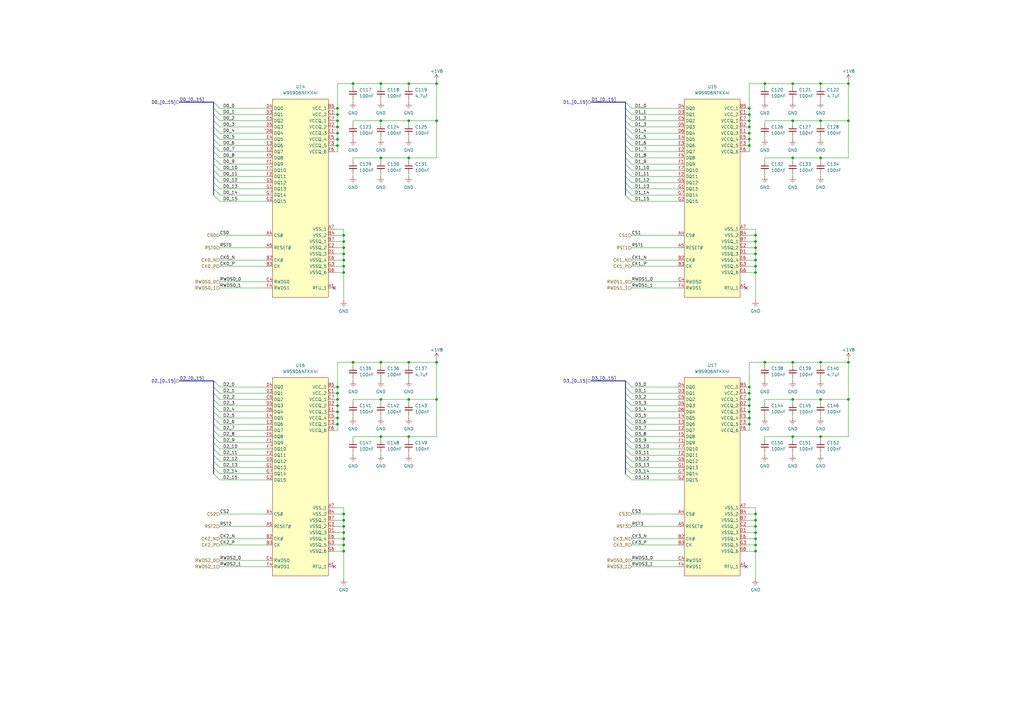
<source format=kicad_sch>
(kicad_sch (version 20231120) (generator "eeschema") (generator_version "8.0")
  (paper "A3")
  (title_block (title "HyperRam") (date "2024-10-06") (rev "2.0") (company "Drexel University") (comment 1 "Designed by John Hofmeyr"))
  (junction (at 138.43 163.83))
  (junction (at 138.43 52.07))
  (junction (at 156.21 34.29))
  (junction (at 138.43 46.99))
  (junction (at 309.88 223.52))
  (junction (at 138.43 59.69))
  (junction (at 179.07 148.59))
  (junction (at 138.43 166.37))
  (junction (at 309.88 111.76))
  (junction (at 325.12 179.07))
  (junction (at 138.43 171.45))
  (junction (at 167.64 179.07))
  (junction (at 167.64 148.59))
  (junction (at 307.34 49.53))
  (junction (at 138.43 161.29))
  (junction (at 144.78 34.29))
  (junction (at 336.55 64.77))
  (junction (at 167.64 49.53))
  (junction (at 156.21 179.07))
  (junction (at 309.88 99.06))
  (junction (at 140.97 210.82))
  (junction (at 307.34 46.99))
  (junction (at 309.88 215.9))
  (junction (at 309.88 210.82))
  (junction (at 336.55 49.53))
  (junction (at 140.97 213.36))
  (junction (at 144.78 148.59))
  (junction (at 307.34 54.61))
  (junction (at 336.55 34.29))
  (junction (at 307.34 158.75))
  (junction (at 138.43 173.99))
  (junction (at 336.55 163.83))
  (junction (at 336.55 148.59))
  (junction (at 140.97 96.52))
  (junction (at 309.88 220.98))
  (junction (at 336.55 179.07))
  (junction (at 307.34 52.07))
  (junction (at 347.98 49.53))
  (junction (at 179.07 163.83))
  (junction (at 138.43 54.61))
  (junction (at 156.21 148.59))
  (junction (at 156.21 64.77))
  (junction (at 156.21 49.53))
  (junction (at 309.88 213.36))
  (junction (at 140.97 218.44))
  (junction (at 140.97 104.14))
  (junction (at 307.34 161.29))
  (junction (at 167.64 34.29))
  (junction (at 307.34 44.45))
  (junction (at 156.21 163.83))
  (junction (at 309.88 96.52))
  (junction (at 167.64 163.83))
  (junction (at 138.43 57.15))
  (junction (at 307.34 166.37))
  (junction (at 313.69 34.29))
  (junction (at 309.88 218.44))
  (junction (at 325.12 148.59))
  (junction (at 325.12 49.53))
  (junction (at 140.97 220.98))
  (junction (at 325.12 34.29))
  (junction (at 309.88 101.6))
  (junction (at 347.98 148.59))
  (junction (at 179.07 34.29))
  (junction (at 309.88 104.14))
  (junction (at 307.34 59.69))
  (junction (at 307.34 171.45))
  (junction (at 307.34 57.15))
  (junction (at 138.43 158.75))
  (junction (at 347.98 34.29))
  (junction (at 325.12 64.77))
  (junction (at 140.97 215.9))
  (junction (at 140.97 109.22))
  (junction (at 307.34 163.83))
  (junction (at 179.07 49.53))
  (junction (at 309.88 106.68))
  (junction (at 138.43 49.53))
  (junction (at 309.88 109.22))
  (junction (at 140.97 101.6))
  (junction (at 307.34 173.99))
  (junction (at 313.69 148.59))
  (junction (at 309.88 226.06))
  (junction (at 138.43 168.91))
  (junction (at 347.98 163.83))
  (junction (at 325.12 163.83))
  (junction (at 140.97 226.06))
  (junction (at 167.64 64.77))
  (junction (at 140.97 111.76))
  (junction (at 307.34 168.91))
  (junction (at 140.97 99.06))
  (junction (at 138.43 44.45))
  (junction (at 140.97 223.52))
  (junction (at 140.97 106.68))
  (no_connect (at 137.16 118.11))
  (no_connect (at 306.07 232.41))
  (no_connect (at 137.16 232.41))
  (no_connect (at 306.07 118.11))
  (bus_entry (at 90.17 64.77) (size -2.54 -2.54))
  (bus_entry (at 90.17 82.55) (size -2.54 -2.54))
  (bus_entry (at 90.17 191.77) (size -2.54 -2.54))
  (bus_entry (at 90.17 186.69) (size -2.54 -2.54))
  (bus_entry (at 90.17 62.23) (size -2.54 -2.54))
  (bus_entry (at 259.08 52.07) (size -2.54 -2.54))
  (bus_entry (at 259.08 194.31) (size -2.54 -2.54))
  (bus_entry (at 259.08 62.23) (size -2.54 -2.54))
  (bus_entry (at 259.08 74.93) (size -2.54 -2.54))
  (bus_entry (at 259.08 64.77) (size -2.54 -2.54))
  (bus_entry (at 90.17 196.85) (size -2.54 -2.54))
  (bus_entry (at 90.17 57.15) (size -2.54 -2.54))
  (bus_entry (at 90.17 44.45) (size -2.54 -2.54))
  (bus_entry (at 90.17 161.29) (size -2.54 -2.54))
  (bus_entry (at 259.08 161.29) (size -2.54 -2.54))
  (bus_entry (at 90.17 46.99) (size -2.54 -2.54))
  (bus_entry (at 259.08 59.69) (size -2.54 -2.54))
  (bus_entry (at 90.17 184.15) (size -2.54 -2.54))
  (bus_entry (at 90.17 194.31) (size -2.54 -2.54))
  (bus_entry (at 259.08 158.75) (size -2.54 -2.54))
  (bus_entry (at 259.08 57.15) (size -2.54 -2.54))
  (bus_entry (at 90.17 54.61) (size -2.54 -2.54))
  (bus_entry (at 90.17 181.61) (size -2.54 -2.54))
  (bus_entry (at 259.08 72.39) (size -2.54 -2.54))
  (bus_entry (at 259.08 163.83) (size -2.54 -2.54))
  (bus_entry (at 90.17 168.91) (size -2.54 -2.54))
  (bus_entry (at 259.08 46.99) (size -2.54 -2.54))
  (bus_entry (at 259.08 191.77) (size -2.54 -2.54))
  (bus_entry (at 90.17 189.23) (size -2.54 -2.54))
  (bus_entry (at 90.17 163.83) (size -2.54 -2.54))
  (bus_entry (at 90.17 77.47) (size -2.54 -2.54))
  (bus_entry (at 259.08 176.53) (size -2.54 -2.54))
  (bus_entry (at 259.08 44.45) (size -2.54 -2.54))
  (bus_entry (at 259.08 179.07) (size -2.54 -2.54))
  (bus_entry (at 90.17 67.31) (size -2.54 -2.54))
  (bus_entry (at 259.08 49.53) (size -2.54 -2.54))
  (bus_entry (at 90.17 59.69) (size -2.54 -2.54))
  (bus_entry (at 259.08 186.69) (size -2.54 -2.54))
  (bus_entry (at 90.17 52.07) (size -2.54 -2.54))
  (bus_entry (at 90.17 158.75) (size -2.54 -2.54))
  (bus_entry (at 259.08 184.15) (size -2.54 -2.54))
  (bus_entry (at 259.08 77.47) (size -2.54 -2.54))
  (bus_entry (at 259.08 82.55) (size -2.54 -2.54))
  (bus_entry (at 259.08 189.23) (size -2.54 -2.54))
  (bus_entry (at 90.17 173.99) (size -2.54 -2.54))
  (bus_entry (at 259.08 171.45) (size -2.54 -2.54))
  (bus_entry (at 90.17 179.07) (size -2.54 -2.54))
  (bus_entry (at 259.08 54.61) (size -2.54 -2.54))
  (bus_entry (at 90.17 74.93) (size -2.54 -2.54))
  (bus_entry (at 90.17 69.85) (size -2.54 -2.54))
  (bus_entry (at 259.08 166.37) (size -2.54 -2.54))
  (bus_entry (at 259.08 67.31) (size -2.54 -2.54))
  (bus_entry (at 90.17 166.37) (size -2.54 -2.54))
  (bus_entry (at 90.17 171.45) (size -2.54 -2.54))
  (bus_entry (at 90.17 49.53) (size -2.54 -2.54))
  (bus_entry (at 259.08 69.85) (size -2.54 -2.54))
  (bus_entry (at 259.08 181.61) (size -2.54 -2.54))
  (bus_entry (at 90.17 80.01) (size -2.54 -2.54))
  (bus_entry (at 259.08 168.91) (size -2.54 -2.54))
  (bus_entry (at 259.08 80.01) (size -2.54 -2.54))
  (bus_entry (at 90.17 72.39) (size -2.54 -2.54))
  (bus_entry (at 259.08 196.85) (size -2.54 -2.54))
  (bus_entry (at 259.08 173.99) (size -2.54 -2.54))
  (bus_entry (at 90.17 176.53) (size -2.54 -2.54))
  (wire (pts (xy 307.34 44.45) (xy 307.34 34.29)))
  (wire (pts (xy 325.12 71.12) (xy 325.12 72.39)))
  (wire (pts (xy 138.43 62.23) (xy 138.43 59.69)))
  (wire (pts (xy 156.21 35.56) (xy 156.21 34.29)))
  (wire (pts (xy 156.21 179.07) (xy 156.21 180.34)))
  (wire (pts (xy 138.43 158.75) (xy 137.16 158.75)))
  (wire (pts (xy 325.12 35.56) (xy 325.12 34.29)))
  (wire (pts (xy 140.97 215.9) (xy 137.16 215.9)))
  (wire (pts (xy 138.43 171.45) (xy 137.16 171.45)))
  (bus (pts (xy 256.54 52.07) (xy 256.54 49.53)))
  (wire (pts (xy 259.08 52.07) (xy 278.13 52.07)))
  (wire (pts (xy 259.08 161.29) (xy 278.13 161.29)))
  (wire (pts (xy 336.55 179.07) (xy 347.98 179.07)))
  (wire (pts (xy 307.34 46.99) (xy 307.34 44.45)))
  (wire (pts (xy 309.88 109.22) (xy 309.88 111.76)))
  (wire (pts (xy 309.88 208.28) (xy 309.88 210.82)))
  (wire (pts (xy 307.34 168.91) (xy 306.07 168.91)))
  (wire (pts (xy 138.43 34.29) (xy 144.78 34.29)))
  (wire (pts (xy 325.12 179.07) (xy 325.12 180.34)))
  (wire (pts (xy 336.55 55.88) (xy 336.55 57.15)))
  (wire (pts (xy 179.07 33.02) (xy 179.07 34.29)))
  (wire (pts (xy 90.17 52.07) (xy 109.22 52.07)))
  (wire (pts (xy 138.43 168.91) (xy 137.16 168.91)))
  (wire (pts (xy 259.08 210.82) (xy 278.13 210.82)))
  (wire (pts (xy 259.08 72.39) (xy 278.13 72.39)))
  (wire (pts (xy 313.69 49.53) (xy 313.69 50.8)))
  (bus (pts (xy 87.63 46.99) (xy 87.63 44.45)))
  (wire (pts (xy 90.17 163.83) (xy 109.22 163.83)))
  (wire (pts (xy 259.08 223.52) (xy 278.13 223.52)))
  (bus (pts (xy 256.54 191.77) (xy 256.54 189.23)))
  (wire (pts (xy 90.17 115.57) (xy 109.22 115.57)))
  (wire (pts (xy 167.64 149.86) (xy 167.64 148.59)))
  (wire (pts (xy 307.34 52.07) (xy 307.34 49.53)))
  (wire (pts (xy 144.78 179.07) (xy 156.21 179.07)))
  (wire (pts (xy 138.43 171.45) (xy 138.43 168.91)))
  (wire (pts (xy 140.97 208.28) (xy 137.16 208.28)))
  (bus (pts (xy 256.54 168.91) (xy 256.54 166.37)))
  (wire (pts (xy 259.08 46.99) (xy 278.13 46.99)))
  (wire (pts (xy 336.55 49.53) (xy 336.55 50.8)))
  (wire (pts (xy 138.43 49.53) (xy 137.16 49.53)))
  (wire (pts (xy 259.08 82.55) (xy 278.13 82.55)))
  (wire (pts (xy 90.17 171.45) (xy 109.22 171.45)))
  (wire (pts (xy 325.12 185.42) (xy 325.12 186.69)))
  (wire (pts (xy 140.97 101.6) (xy 137.16 101.6)))
  (wire (pts (xy 259.08 163.83) (xy 278.13 163.83)))
  (wire (pts (xy 307.34 62.23) (xy 307.34 59.69)))
  (wire (pts (xy 309.88 101.6) (xy 309.88 104.14)))
  (wire (pts (xy 90.17 49.53) (xy 109.22 49.53)))
  (wire (pts (xy 309.88 111.76) (xy 309.88 123.19)))
  (wire (pts (xy 167.64 163.83) (xy 179.07 163.83)))
  (wire (pts (xy 313.69 163.83) (xy 325.12 163.83)))
  (wire (pts (xy 144.78 64.77) (xy 144.78 66.04)))
  (wire (pts (xy 307.34 171.45) (xy 306.07 171.45)))
  (wire (pts (xy 144.78 170.18) (xy 144.78 171.45)))
  (wire (pts (xy 167.64 40.64) (xy 167.64 41.91)))
  (wire (pts (xy 259.08 184.15) (xy 278.13 184.15)))
  (wire (pts (xy 336.55 64.77) (xy 347.98 64.77)))
  (bus (pts (xy 256.54 44.45) (xy 256.54 41.91)))
  (bus (pts (xy 87.63 179.07) (xy 87.63 176.53)))
  (wire (pts (xy 313.69 64.77) (xy 313.69 66.04)))
  (bus (pts (xy 87.63 173.99) (xy 87.63 171.45)))
  (wire (pts (xy 140.97 220.98) (xy 140.97 223.52)))
  (wire (pts (xy 307.34 158.75) (xy 307.34 148.59)))
  (wire (pts (xy 336.55 179.07) (xy 336.55 180.34)))
  (wire (pts (xy 90.17 158.75) (xy 109.22 158.75)))
  (wire (pts (xy 307.34 173.99) (xy 307.34 171.45)))
  (wire (pts (xy 179.07 34.29) (xy 179.07 49.53)))
  (bus (pts (xy 87.63 163.83) (xy 87.63 161.29)))
  (wire (pts (xy 325.12 163.83) (xy 336.55 163.83)))
  (wire (pts (xy 313.69 179.07) (xy 313.69 180.34)))
  (bus (pts (xy 256.54 72.39) (xy 256.54 69.85)))
  (wire (pts (xy 259.08 44.45) (xy 278.13 44.45)))
  (wire (pts (xy 144.78 179.07) (xy 144.78 180.34)))
  (wire (pts (xy 309.88 220.98) (xy 309.88 223.52)))
  (bus (pts (xy 256.54 77.47) (xy 256.54 74.93)))
  (wire (pts (xy 309.88 220.98) (xy 306.07 220.98)))
  (bus (pts (xy 87.63 52.07) (xy 87.63 49.53)))
  (wire (pts (xy 259.08 166.37) (xy 278.13 166.37)))
  (wire (pts (xy 144.78 185.42) (xy 144.78 186.69)))
  (wire (pts (xy 309.88 106.68) (xy 309.88 109.22)))
  (wire (pts (xy 325.12 170.18) (xy 325.12 171.45)))
  (wire (pts (xy 259.08 229.87) (xy 278.13 229.87)))
  (wire (pts (xy 156.21 185.42) (xy 156.21 186.69)))
  (bus (pts (xy 87.63 67.31) (xy 87.63 64.77)))
  (wire (pts (xy 144.78 64.77) (xy 156.21 64.77)))
  (bus (pts (xy 256.54 176.53) (xy 256.54 173.99)))
  (wire (pts (xy 259.08 77.47) (xy 278.13 77.47)))
  (wire (pts (xy 307.34 49.53) (xy 307.34 46.99)))
  (wire (pts (xy 90.17 82.55) (xy 109.22 82.55)))
  (bus (pts (xy 87.63 74.93) (xy 87.63 72.39)))
  (wire (pts (xy 156.21 179.07) (xy 167.64 179.07)))
  (bus (pts (xy 87.63 64.77) (xy 87.63 62.23)))
  (bus (pts (xy 87.63 161.29) (xy 87.63 158.75)))
  (wire (pts (xy 259.08 115.57) (xy 278.13 115.57)))
  (wire (pts (xy 259.08 96.52) (xy 278.13 96.52)))
  (wire (pts (xy 259.08 54.61) (xy 278.13 54.61)))
  (wire (pts (xy 138.43 59.69) (xy 137.16 59.69)))
  (wire (pts (xy 90.17 118.11) (xy 109.22 118.11)))
  (wire (pts (xy 336.55 163.83) (xy 347.98 163.83)))
  (wire (pts (xy 313.69 49.53) (xy 325.12 49.53)))
  (wire (pts (xy 347.98 163.83) (xy 347.98 179.07)))
  (wire (pts (xy 90.17 64.77) (xy 109.22 64.77)))
  (wire (pts (xy 138.43 46.99) (xy 138.43 44.45)))
  (wire (pts (xy 144.78 34.29) (xy 156.21 34.29)))
  (wire (pts (xy 259.08 191.77) (xy 278.13 191.77)))
  (wire (pts (xy 140.97 101.6) (xy 140.97 104.14)))
  (wire (pts (xy 309.88 208.28) (xy 306.07 208.28)))
  (wire (pts (xy 140.97 218.44) (xy 140.97 220.98)))
  (wire (pts (xy 140.97 106.68) (xy 137.16 106.68)))
  (wire (pts (xy 259.08 176.53) (xy 278.13 176.53)))
  (wire (pts (xy 167.64 49.53) (xy 179.07 49.53)))
  (wire (pts (xy 138.43 176.53) (xy 138.43 173.99)))
  (wire (pts (xy 156.21 34.29) (xy 167.64 34.29)))
  (wire (pts (xy 144.78 49.53) (xy 144.78 50.8)))
  (wire (pts (xy 90.17 196.85) (xy 109.22 196.85)))
  (bus (pts (xy 256.54 80.01) (xy 256.54 77.47)))
  (bus (pts (xy 256.54 194.31) (xy 256.54 191.77)))
  (wire (pts (xy 140.97 111.76) (xy 140.97 123.19)))
  (bus (pts (xy 256.54 179.07) (xy 256.54 176.53)))
  (wire (pts (xy 179.07 49.53) (xy 179.07 64.77)))
  (wire (pts (xy 313.69 170.18) (xy 313.69 171.45)))
  (wire (pts (xy 309.88 215.9) (xy 309.88 218.44)))
  (bus (pts (xy 256.54 49.53) (xy 256.54 46.99)))
  (wire (pts (xy 156.21 64.77) (xy 167.64 64.77)))
  (wire (pts (xy 307.34 158.75) (xy 306.07 158.75)))
  (wire (pts (xy 138.43 59.69) (xy 138.43 57.15)))
  (wire (pts (xy 90.17 101.6) (xy 109.22 101.6)))
  (wire (pts (xy 259.08 168.91) (xy 278.13 168.91)))
  (wire (pts (xy 307.34 148.59) (xy 313.69 148.59)))
  (bus (pts (xy 87.63 62.23) (xy 87.63 59.69)))
  (wire (pts (xy 259.08 173.99) (xy 278.13 173.99)))
  (bus (pts (xy 87.63 49.53) (xy 87.63 46.99)))
  (bus (pts (xy 87.63 194.31) (xy 87.63 191.77)))
  (bus (pts (xy 87.63 69.85) (xy 87.63 67.31)))
  (wire (pts (xy 309.88 226.06) (xy 309.88 237.49)))
  (wire (pts (xy 140.97 213.36) (xy 137.16 213.36)))
  (bus (pts (xy 256.54 74.93) (xy 256.54 72.39)))
  (wire (pts (xy 138.43 161.29) (xy 137.16 161.29)))
  (wire (pts (xy 307.34 54.61) (xy 306.07 54.61)))
  (bus (pts (xy 256.54 186.69) (xy 256.54 184.15)))
  (wire (pts (xy 90.17 210.82) (xy 109.22 210.82)))
  (bus (pts (xy 87.63 191.77) (xy 87.63 189.23)))
  (wire (pts (xy 325.12 34.29) (xy 336.55 34.29)))
  (wire (pts (xy 307.34 163.83) (xy 306.07 163.83)))
  (wire (pts (xy 309.88 223.52) (xy 306.07 223.52)))
  (wire (pts (xy 138.43 49.53) (xy 138.43 46.99)))
  (wire (pts (xy 336.55 71.12) (xy 336.55 72.39)))
  (wire (pts (xy 313.69 148.59) (xy 325.12 148.59)))
  (bus (pts (xy 73.66 41.91) (xy 87.63 41.91)))
  (bus (pts (xy 87.63 181.61) (xy 87.63 179.07)))
  (wire (pts (xy 138.43 57.15) (xy 137.16 57.15)))
  (wire (pts (xy 309.88 215.9) (xy 306.07 215.9)))
  (wire (pts (xy 259.08 80.01) (xy 278.13 80.01)))
  (wire (pts (xy 325.12 49.53) (xy 336.55 49.53)))
  (wire (pts (xy 156.21 154.94) (xy 156.21 156.21)))
  (wire (pts (xy 156.21 163.83) (xy 167.64 163.83)))
  (wire (pts (xy 156.21 64.77) (xy 156.21 66.04)))
  (bus (pts (xy 87.63 158.75) (xy 87.63 156.21)))
  (wire (pts (xy 313.69 35.56) (xy 313.69 34.29)))
  (bus (pts (xy 256.54 181.61) (xy 256.54 179.07)))
  (wire (pts (xy 309.88 111.76) (xy 306.07 111.76)))
  (wire (pts (xy 138.43 166.37) (xy 138.43 163.83)))
  (wire (pts (xy 156.21 148.59) (xy 167.64 148.59)))
  (wire (pts (xy 140.97 226.06) (xy 140.97 237.49)))
  (wire (pts (xy 307.34 52.07) (xy 306.07 52.07)))
  (bus (pts (xy 256.54 67.31) (xy 256.54 64.77)))
  (wire (pts (xy 325.12 55.88) (xy 325.12 57.15)))
  (wire (pts (xy 313.69 71.12) (xy 313.69 72.39)))
  (wire (pts (xy 259.08 186.69) (xy 278.13 186.69)))
  (wire (pts (xy 336.55 40.64) (xy 336.55 41.91)))
  (wire (pts (xy 179.07 148.59) (xy 179.07 163.83)))
  (wire (pts (xy 156.21 49.53) (xy 167.64 49.53)))
  (wire (pts (xy 167.64 64.77) (xy 167.64 66.04)))
  (wire (pts (xy 336.55 170.18) (xy 336.55 171.45)))
  (wire (pts (xy 167.64 55.88) (xy 167.64 57.15)))
  (bus (pts (xy 256.54 158.75) (xy 256.54 156.21)))
  (wire (pts (xy 90.17 229.87) (xy 109.22 229.87)))
  (wire (pts (xy 259.08 59.69) (xy 278.13 59.69)))
  (bus (pts (xy 87.63 54.61) (xy 87.63 52.07)))
  (wire (pts (xy 90.17 181.61) (xy 109.22 181.61)))
  (wire (pts (xy 140.97 99.06) (xy 140.97 101.6)))
  (wire (pts (xy 167.64 179.07) (xy 179.07 179.07)))
  (wire (pts (xy 347.98 148.59) (xy 347.98 163.83)))
  (wire (pts (xy 336.55 154.94) (xy 336.55 156.21)))
  (wire (pts (xy 90.17 106.68) (xy 109.22 106.68)))
  (bus (pts (xy 87.63 77.47) (xy 87.63 74.93)))
  (wire (pts (xy 336.55 185.42) (xy 336.55 186.69)))
  (wire (pts (xy 140.97 210.82) (xy 137.16 210.82)))
  (bus (pts (xy 87.63 168.91) (xy 87.63 166.37)))
  (wire (pts (xy 138.43 52.07) (xy 137.16 52.07)))
  (wire (pts (xy 259.08 49.53) (xy 278.13 49.53)))
  (wire (pts (xy 90.17 166.37) (xy 109.22 166.37)))
  (wire (pts (xy 144.78 49.53) (xy 156.21 49.53)))
  (wire (pts (xy 138.43 57.15) (xy 138.43 54.61)))
  (wire (pts (xy 138.43 44.45) (xy 138.43 34.29)))
  (wire (pts (xy 307.34 176.53) (xy 307.34 173.99)))
  (wire (pts (xy 313.69 185.42) (xy 313.69 186.69)))
  (wire (pts (xy 156.21 49.53) (xy 156.21 50.8)))
  (wire (pts (xy 138.43 54.61) (xy 137.16 54.61)))
  (wire (pts (xy 138.43 158.75) (xy 138.43 148.59)))
  (wire (pts (xy 336.55 64.77) (xy 336.55 66.04)))
  (wire (pts (xy 140.97 93.98) (xy 137.16 93.98)))
  (wire (pts (xy 90.17 191.77) (xy 109.22 191.77)))
  (wire (pts (xy 156.21 170.18) (xy 156.21 171.45)))
  (bus (pts (xy 87.63 189.23) (xy 87.63 186.69)))
  (wire (pts (xy 313.69 149.86) (xy 313.69 148.59)))
  (wire (pts (xy 307.34 176.53) (xy 306.07 176.53)))
  (bus (pts (xy 256.54 62.23) (xy 256.54 59.69)))
  (wire (pts (xy 325.12 149.86) (xy 325.12 148.59)))
  (wire (pts (xy 138.43 54.61) (xy 138.43 52.07)))
  (wire (pts (xy 140.97 109.22) (xy 137.16 109.22)))
  (wire (pts (xy 313.69 179.07) (xy 325.12 179.07)))
  (wire (pts (xy 90.17 46.99) (xy 109.22 46.99)))
  (wire (pts (xy 347.98 33.02) (xy 347.98 34.29)))
  (wire (pts (xy 138.43 62.23) (xy 137.16 62.23)))
  (wire (pts (xy 90.17 69.85) (xy 109.22 69.85)))
  (bus (pts (xy 87.63 171.45) (xy 87.63 168.91)))
  (wire (pts (xy 90.17 220.98) (xy 109.22 220.98)))
  (wire (pts (xy 144.78 55.88) (xy 144.78 57.15)))
  (wire (pts (xy 259.08 57.15) (xy 278.13 57.15)))
  (wire (pts (xy 307.34 59.69) (xy 307.34 57.15)))
  (wire (pts (xy 140.97 96.52) (xy 137.16 96.52)))
  (wire (pts (xy 140.97 215.9) (xy 140.97 218.44)))
  (wire (pts (xy 140.97 223.52) (xy 140.97 226.06)))
  (bus (pts (xy 87.63 44.45) (xy 87.63 41.91)))
  (bus (pts (xy 87.63 166.37) (xy 87.63 163.83)))
  (wire (pts (xy 90.17 77.47) (xy 109.22 77.47)))
  (bus (pts (xy 256.54 189.23) (xy 256.54 186.69)))
  (wire (pts (xy 325.12 64.77) (xy 325.12 66.04)))
  (bus (pts (xy 242.57 41.91) (xy 256.54 41.91)))
  (wire (pts (xy 156.21 71.12) (xy 156.21 72.39)))
  (wire (pts (xy 156.21 163.83) (xy 156.21 165.1)))
  (wire (pts (xy 90.17 57.15) (xy 109.22 57.15)))
  (wire (pts (xy 259.08 215.9) (xy 278.13 215.9)))
  (bus (pts (xy 87.63 59.69) (xy 87.63 57.15)))
  (bus (pts (xy 256.54 161.29) (xy 256.54 158.75)))
  (wire (pts (xy 309.88 213.36) (xy 309.88 215.9)))
  (bus (pts (xy 256.54 64.77) (xy 256.54 62.23)))
  (wire (pts (xy 313.69 163.83) (xy 313.69 165.1)))
  (bus (pts (xy 256.54 163.83) (xy 256.54 161.29)))
  (wire (pts (xy 307.34 44.45) (xy 306.07 44.45)))
  (wire (pts (xy 313.69 154.94) (xy 313.69 156.21)))
  (wire (pts (xy 325.12 163.83) (xy 325.12 165.1)))
  (wire (pts (xy 307.34 166.37) (xy 307.34 163.83)))
  (bus (pts (xy 87.63 72.39) (xy 87.63 69.85)))
  (wire (pts (xy 325.12 148.59) (xy 336.55 148.59)))
  (wire (pts (xy 309.88 104.14) (xy 306.07 104.14)))
  (wire (pts (xy 259.08 62.23) (xy 278.13 62.23)))
  (wire (pts (xy 138.43 52.07) (xy 138.43 49.53)))
  (wire (pts (xy 307.34 171.45) (xy 307.34 168.91)))
  (wire (pts (xy 313.69 64.77) (xy 325.12 64.77)))
  (wire (pts (xy 140.97 106.68) (xy 140.97 109.22)))
  (wire (pts (xy 313.69 34.29) (xy 325.12 34.29)))
  (wire (pts (xy 167.64 163.83) (xy 167.64 165.1)))
  (wire (pts (xy 179.07 163.83) (xy 179.07 179.07)))
  (wire (pts (xy 309.88 93.98) (xy 306.07 93.98)))
  (wire (pts (xy 309.88 96.52) (xy 306.07 96.52)))
  (bus (pts (xy 87.63 184.15) (xy 87.63 181.61)))
  (wire (pts (xy 90.17 109.22) (xy 109.22 109.22)))
  (wire (pts (xy 138.43 163.83) (xy 137.16 163.83)))
  (wire (pts (xy 307.34 168.91) (xy 307.34 166.37)))
  (wire (pts (xy 90.17 44.45) (xy 109.22 44.45)))
  (wire (pts (xy 259.08 179.07) (xy 278.13 179.07)))
  (bus (pts (xy 256.54 173.99) (xy 256.54 171.45)))
  (wire (pts (xy 259.08 118.11) (xy 278.13 118.11)))
  (bus (pts (xy 256.54 69.85) (xy 256.54 67.31)))
  (wire (pts (xy 156.21 40.64) (xy 156.21 41.91)))
  (wire (pts (xy 309.88 99.06) (xy 306.07 99.06)))
  (wire (pts (xy 140.97 96.52) (xy 140.97 99.06)))
  (wire (pts (xy 138.43 166.37) (xy 137.16 166.37)))
  (wire (pts (xy 259.08 220.98) (xy 278.13 220.98)))
  (wire (pts (xy 347.98 34.29) (xy 336.55 34.29)))
  (wire (pts (xy 325.12 154.94) (xy 325.12 156.21)))
  (wire (pts (xy 307.34 161.29) (xy 307.34 158.75)))
  (wire (pts (xy 156.21 55.88) (xy 156.21 57.15)))
  (wire (pts (xy 259.08 106.68) (xy 278.13 106.68)))
  (wire (pts (xy 140.97 93.98) (xy 140.97 96.52)))
  (wire (pts (xy 167.64 64.77) (xy 179.07 64.77)))
  (wire (pts (xy 259.08 181.61) (xy 278.13 181.61)))
  (wire (pts (xy 309.88 210.82) (xy 306.07 210.82)))
  (wire (pts (xy 347.98 49.53) (xy 347.98 64.77)))
  (wire (pts (xy 309.88 93.98) (xy 309.88 96.52)))
  (bus (pts (xy 87.63 176.53) (xy 87.63 173.99)))
  (wire (pts (xy 309.88 106.68) (xy 306.07 106.68)))
  (wire (pts (xy 140.97 109.22) (xy 140.97 111.76)))
  (wire (pts (xy 259.08 171.45) (xy 278.13 171.45)))
  (wire (pts (xy 140.97 226.06) (xy 137.16 226.06)))
  (wire (pts (xy 144.78 149.86) (xy 144.78 148.59)))
  (wire (pts (xy 307.34 173.99) (xy 306.07 173.99)))
  (wire (pts (xy 90.17 189.23) (xy 109.22 189.23)))
  (wire (pts (xy 90.17 62.23) (xy 109.22 62.23)))
  (wire (pts (xy 140.97 104.14) (xy 140.97 106.68)))
  (wire (pts (xy 307.34 62.23) (xy 306.07 62.23)))
  (wire (pts (xy 90.17 54.61) (xy 109.22 54.61)))
  (wire (pts (xy 309.88 99.06) (xy 309.88 101.6)))
  (wire (pts (xy 140.97 99.06) (xy 137.16 99.06)))
  (wire (pts (xy 259.08 74.93) (xy 278.13 74.93)))
  (wire (pts (xy 138.43 46.99) (xy 137.16 46.99)))
  (wire (pts (xy 259.08 158.75) (xy 278.13 158.75)))
  (wire (pts (xy 336.55 149.86) (xy 336.55 148.59)))
  (wire (pts (xy 90.17 173.99) (xy 109.22 173.99)))
  (wire (pts (xy 179.07 148.59) (xy 167.64 148.59)))
  (wire (pts (xy 90.17 215.9) (xy 109.22 215.9)))
  (wire (pts (xy 309.88 213.36) (xy 306.07 213.36)))
  (wire (pts (xy 259.08 232.41) (xy 278.13 232.41)))
  (bus (pts (xy 256.54 166.37) (xy 256.54 163.83)))
  (wire (pts (xy 140.97 208.28) (xy 140.97 210.82)))
  (wire (pts (xy 179.07 147.32) (xy 179.07 148.59)))
  (wire (pts (xy 307.34 166.37) (xy 306.07 166.37)))
  (wire (pts (xy 309.88 96.52) (xy 309.88 99.06)))
  (wire (pts (xy 167.64 71.12) (xy 167.64 72.39)))
  (wire (pts (xy 307.34 54.61) (xy 307.34 52.07)))
  (wire (pts (xy 309.88 218.44) (xy 309.88 220.98)))
  (wire (pts (xy 336.55 49.53) (xy 347.98 49.53)))
  (wire (pts (xy 140.97 218.44) (xy 137.16 218.44)))
  (wire (pts (xy 138.43 173.99) (xy 138.43 171.45)))
  (wire (pts (xy 144.78 71.12) (xy 144.78 72.39)))
  (bus (pts (xy 73.66 156.21) (xy 87.63 156.21)))
  (wire (pts (xy 167.64 35.56) (xy 167.64 34.29)))
  (wire (pts (xy 347.98 34.29) (xy 347.98 49.53)))
  (bus (pts (xy 87.63 80.01) (xy 87.63 77.47)))
  (wire (pts (xy 325.12 49.53) (xy 325.12 50.8)))
  (wire (pts (xy 144.78 35.56) (xy 144.78 34.29)))
  (wire (pts (xy 167.64 185.42) (xy 167.64 186.69)))
  (wire (pts (xy 90.17 168.91) (xy 109.22 168.91)))
  (wire (pts (xy 90.17 232.41) (xy 109.22 232.41)))
  (bus (pts (xy 87.63 186.69) (xy 87.63 184.15)))
  (wire (pts (xy 309.88 218.44) (xy 306.07 218.44)))
  (wire (pts (xy 325.12 179.07) (xy 336.55 179.07)))
  (wire (pts (xy 313.69 40.64) (xy 313.69 41.91)))
  (wire (pts (xy 90.17 184.15) (xy 109.22 184.15)))
  (wire (pts (xy 307.34 161.29) (xy 306.07 161.29)))
  (wire (pts (xy 90.17 59.69) (xy 109.22 59.69)))
  (wire (pts (xy 144.78 163.83) (xy 144.78 165.1)))
  (wire (pts (xy 90.17 179.07) (xy 109.22 179.07)))
  (wire (pts (xy 140.97 104.14) (xy 137.16 104.14)))
  (wire (pts (xy 309.88 109.22) (xy 306.07 109.22)))
  (wire (pts (xy 336.55 163.83) (xy 336.55 165.1)))
  (wire (pts (xy 140.97 220.98) (xy 137.16 220.98)))
  (wire (pts (xy 90.17 186.69) (xy 109.22 186.69)))
  (bus (pts (xy 256.54 171.45) (xy 256.54 168.91)))
  (wire (pts (xy 138.43 163.83) (xy 138.43 161.29)))
  (wire (pts (xy 138.43 44.45) (xy 137.16 44.45)))
  (wire (pts (xy 167.64 179.07) (xy 167.64 180.34)))
  (wire (pts (xy 307.34 57.15) (xy 307.34 54.61)))
  (wire (pts (xy 259.08 101.6) (xy 278.13 101.6)))
  (wire (pts (xy 144.78 154.94) (xy 144.78 156.21)))
  (wire (pts (xy 309.88 210.82) (xy 309.88 213.36)))
  (bus (pts (xy 256.54 184.15) (xy 256.54 181.61)))
  (wire (pts (xy 90.17 74.93) (xy 109.22 74.93)))
  (wire (pts (xy 259.08 69.85) (xy 278.13 69.85)))
  (wire (pts (xy 138.43 148.59) (xy 144.78 148.59)))
  (wire (pts (xy 156.21 149.86) (xy 156.21 148.59)))
  (wire (pts (xy 138.43 176.53) (xy 137.16 176.53)))
  (wire (pts (xy 140.97 213.36) (xy 140.97 215.9)))
  (wire (pts (xy 90.17 194.31) (xy 109.22 194.31)))
  (wire (pts (xy 167.64 49.53) (xy 167.64 50.8)))
  (wire (pts (xy 307.34 163.83) (xy 307.34 161.29)))
  (wire (pts (xy 307.34 34.29) (xy 313.69 34.29)))
  (wire (pts (xy 259.08 64.77) (xy 278.13 64.77)))
  (wire (pts (xy 90.17 72.39) (xy 109.22 72.39)))
  (wire (pts (xy 138.43 173.99) (xy 137.16 173.99)))
  (wire (pts (xy 138.43 161.29) (xy 138.43 158.75)))
  (wire (pts (xy 336.55 35.56) (xy 336.55 34.29)))
  (wire (pts (xy 259.08 196.85) (xy 278.13 196.85)))
  (wire (pts (xy 144.78 163.83) (xy 156.21 163.83)))
  (bus (pts (xy 256.54 57.15) (xy 256.54 54.61)))
  (wire (pts (xy 138.43 168.91) (xy 138.43 166.37)))
  (wire (pts (xy 90.17 67.31) (xy 109.22 67.31)))
  (wire (pts (xy 259.08 109.22) (xy 278.13 109.22)))
  (bus (pts (xy 256.54 54.61) (xy 256.54 52.07)))
  (wire (pts (xy 347.98 148.59) (xy 336.55 148.59)))
  (wire (pts (xy 325.12 64.77) (xy 336.55 64.77)))
  (wire (pts (xy 325.12 40.64) (xy 325.12 41.91)))
  (wire (pts (xy 167.64 170.18) (xy 167.64 171.45)))
  (wire (pts (xy 259.08 67.31) (xy 278.13 67.31)))
  (wire (pts (xy 307.34 59.69) (xy 306.07 59.69)))
  (wire (pts (xy 140.97 210.82) (xy 140.97 213.36)))
  (wire (pts (xy 90.17 96.52) (xy 109.22 96.52)))
  (wire (pts (xy 313.69 55.88) (xy 313.69 57.15)))
  (wire (pts (xy 140.97 223.52) (xy 137.16 223.52)))
  (wire (pts (xy 259.08 194.31) (xy 278.13 194.31)))
  (wire (pts (xy 309.88 223.52) (xy 309.88 226.06)))
  (wire (pts (xy 144.78 148.59) (xy 156.21 148.59)))
  (bus (pts (xy 256.54 59.69) (xy 256.54 57.15)))
  (wire (pts (xy 179.07 34.29) (xy 167.64 34.29)))
  (wire (pts (xy 90.17 223.52) (xy 109.22 223.52)))
  (wire (pts (xy 309.88 104.14) (xy 309.88 106.68)))
  (bus (pts (xy 242.57 156.21) (xy 256.54 156.21)))
  (wire (pts (xy 90.17 176.53) (xy 109.22 176.53)))
  (bus (pts (xy 256.54 46.99) (xy 256.54 44.45)))
  (wire (pts (xy 140.97 111.76) (xy 137.16 111.76)))
  (bus (pts (xy 87.63 57.15) (xy 87.63 54.61)))
  (wire (pts (xy 259.08 189.23) (xy 278.13 189.23)))
  (wire (pts (xy 167.64 154.94) (xy 167.64 156.21)))
  (wire (pts (xy 347.98 147.32) (xy 347.98 148.59)))
  (wire (pts (xy 307.34 49.53) (xy 306.07 49.53)))
  (wire (pts (xy 309.88 226.06) (xy 306.07 226.06)))
  (wire (pts (xy 309.88 101.6) (xy 306.07 101.6)))
  (wire (pts (xy 307.34 46.99) (xy 306.07 46.99)))
  (wire (pts (xy 90.17 161.29) (xy 109.22 161.29)))
  (wire (pts (xy 307.34 57.15) (xy 306.07 57.15)))
  (wire (pts (xy 144.78 40.64) (xy 144.78 41.91)))
  (wire (pts (xy 90.17 80.01) (xy 109.22 80.01)))
  (label "D3_4" (at 260.35 168.91 0))
  (label "D2_13" (at 91.44 191.77 0))
  (label "D1_12" (at 260.35 74.93 0))
  (label "D2_[0..15]" (at 73.66 156.21 0))
  (label "RST0" (at 90.17 101.6 0))
  (label "RWDS1_1" (at 259.08 118.11 0))
  (label "D1_8" (at 260.35 64.77 0))
  (label "RWDS2_0" (at 90.17 229.87 0))
  (label "RWDS2_1" (at 90.17 232.41 0))
  (label "D3_5" (at 260.35 171.45 0))
  (label "D2_8" (at 91.44 179.07 0))
  (label "D0_8" (at 91.44 64.77 0))
  (label "D3_13" (at 260.35 191.77 0))
  (label "RWDS1_0" (at 259.08 115.57 0))
  (label "D0_1" (at 91.44 46.99 0))
  (label "D2_9" (at 91.44 181.61 0))
  (label "CS0" (at 90.17 96.52 0))
  (label "D1_[0..15]" (at 242.57 41.91 0))
  (label "D2_7" (at 91.44 176.53 0))
  (label "D3_10" (at 260.35 184.15 0))
  (label "D1_9" (at 260.35 67.31 0))
  (label "CK3_P" (at 259.08 223.52 0))
  (label "CK2_N" (at 90.17 220.98 0))
  (label "D0_13" (at 91.44 77.47 0))
  (label "D0_0" (at 91.44 44.45 0))
  (label "D2_4" (at 91.44 168.91 0))
  (label "CS3" (at 259.08 210.82 0))
  (label "D2_10" (at 91.44 184.15 0))
  (label "D1_4" (at 260.35 54.61 0))
  (label "CK0_N" (at 90.17 106.68 0))
  (label "CK0_P" (at 90.17 109.22 0))
  (label "D3_3" (at 260.35 166.37 0))
  (label "CS2" (at 90.17 210.82 0))
  (label "D1_11" (at 260.35 72.39 0))
  (label "D1_13" (at 260.35 77.47 0))
  (label "D3_15" (at 260.35 196.85 0))
  (label "D3_7" (at 260.35 176.53 0))
  (label "CK3_N" (at 259.08 220.98 0))
  (label "D0_11" (at 91.44 72.39 0))
  (label "D0_3" (at 91.44 52.07 0))
  (label "RST3" (at 259.08 215.9 0))
  (label "D0_15" (at 91.44 82.55 0))
  (label "D3_9" (at 260.35 181.61 0))
  (label "D2_12" (at 91.44 189.23 0))
  (label "D0_12" (at 91.44 74.93 0))
  (label "RWDS3_0" (at 259.08 229.87 0))
  (label "D3_8" (at 260.35 179.07 0))
  (label "D1_10" (at 260.35 69.85 0))
  (label "D2_14" (at 91.44 194.31 0))
  (label "D2_15" (at 91.44 196.85 0))
  (label "D1_15" (at 260.35 82.55 0))
  (label "D2_5" (at 91.44 171.45 0))
  (label "D0_7" (at 91.44 62.23 0))
  (label "D3_6" (at 260.35 173.99 0))
  (label "D1_2" (at 260.35 49.53 0))
  (label "D0_[0..15]" (at 73.66 41.91 0))
  (label "D2_2" (at 91.44 163.83 0))
  (label "RWDS3_1" (at 259.08 232.41 0))
  (label "D1_5" (at 260.35 57.15 0))
  (label "D0_10" (at 91.44 69.85 0))
  (label "CK1_N" (at 259.08 106.68 0))
  (label "D3_[0..15]" (at 242.57 156.21 0))
  (label "D3_11" (at 260.35 186.69 0))
  (label "D1_1" (at 260.35 46.99 0))
  (label "CK2_P" (at 90.17 223.52 0))
  (label "D1_0" (at 260.35 44.45 0))
  (label "D0_5" (at 91.44 57.15 0))
  (label "D0_4" (at 91.44 54.61 0))
  (label "D3_0" (at 260.35 158.75 0))
  (label "CK1_P" (at 259.08 109.22 0))
  (label "D1_3" (at 260.35 52.07 0))
  (label "D3_12" (at 260.35 189.23 0))
  (label "D0_9" (at 91.44 67.31 0))
  (label "D0_6" (at 91.44 59.69 0))
  (label "RWDS0_1" (at 90.17 118.11 0))
  (label "D0_14" (at 91.44 80.01 0))
  (label "D1_14" (at 260.35 80.01 0))
  (label "D1_7" (at 260.35 62.23 0))
  (label "RST2" (at 90.17 215.9 0))
  (label "D3_2" (at 260.35 163.83 0))
  (label "RWDS0_0" (at 90.17 115.57 0))
  (label "CS1" (at 259.08 96.52 0))
  (label "RST1" (at 259.08 101.6 0))
  (label "D2_1" (at 91.44 161.29 0))
  (label "D1_6" (at 260.35 59.69 0))
  (label "D2_3" (at 91.44 166.37 0))
  (label "D2_6" (at 91.44 173.99 0))
  (label "D3_14" (at 260.35 194.31 0))
  (label "D0_2" (at 91.44 49.53 0))
  (label "D2_0" (at 91.44 158.75 0))
  (label "D2_11" (at 91.44 186.69 0))
  (label "D3_1" (at 260.35 161.29 0))
  (hierarchical_label "CK1_P" (shape input) (at 259.08 109.22 180))
  (hierarchical_label "D0_[0..15]" (shape input) (at 73.66 41.91 180))
  (hierarchical_label "RWDS3_0" (shape input) (at 259.08 229.87 180))
  (hierarchical_label "CS3" (shape input) (at 259.08 210.82 180))
  (hierarchical_label "CS2" (shape input) (at 90.17 210.82 180))
  (hierarchical_label "RWDS3_1" (shape input) (at 259.08 232.41 180))
  (hierarchical_label "RST0" (shape input) (at 90.17 101.6 180))
  (hierarchical_label "CK3_N" (shape input) (at 259.08 220.98 180))
  (hierarchical_label "D2_[0..15]" (shape input) (at 73.66 156.21 180))
  (hierarchical_label "CK0_N" (shape input) (at 90.17 106.68 180))
  (hierarchical_label "RST3" (shape input) (at 259.08 215.9 180))
  (hierarchical_label "RST1" (shape input) (at 259.08 101.6 180))
  (hierarchical_label "RWDS1_1" (shape input) (at 259.08 118.11 180))
  (hierarchical_label "CK0_P" (shape input) (at 90.17 109.22 180))
  (hierarchical_label "RWDS1_0" (shape input) (at 259.08 115.57 180))
  (hierarchical_label "RWDS0_0" (shape input) (at 90.17 115.57 180))
  (hierarchical_label "D3_[0..15]" (shape input) (at 242.57 156.21 180))
  (hierarchical_label "RST2" (shape input) (at 90.17 215.9 180))
  (hierarchical_label "CS1" (shape input) (at 259.08 96.52 180))
  (hierarchical_label "RWDS2_1" (shape input) (at 90.17 232.41 180))
  (hierarchical_label "D1_[0..15]" (shape input) (at 242.57 41.91 180))
  (hierarchical_label "RWDS2_0" (shape input) (at 90.17 229.87 180))
  (hierarchical_label "CK1_N" (shape input) (at 259.08 106.68 180))
  (hierarchical_label "RWDS0_1" (shape input) (at 90.17 118.11 180))
  (hierarchical_label "CK2_N" (shape input) (at 90.17 220.98 180))
  (hierarchical_label "CS0" (shape input) (at 90.17 96.52 180))
  (hierarchical_label "CK2_P" (shape input) (at 90.17 223.52 180))
  (hierarchical_label "CK3_P" (shape input) (at 259.08 223.52 180))
  (symbol (lib_id "power:GND") (at 156.21 41.91 0) (unit 1)
    (property "Reference" "#PWR0233" (effects (hide yes)))
    (property "Value" "GND" (at 156.21 46.355 0))
    (property "Description" "Power symbol creates a global label with name \"GND\" , ground" (effects (hide yes)))
  )
  (symbol (lib_id "W959D6NFKX4I:W959D6NFKX4I") (at 280.67 44.45 0) (unit 1)
    (property "Reference" "U15" (at 292.1 35.56 0))
    (property "Value" "W959D6NFKX4I" (at 292.1 38.1 0))
    (property "Footprint" "FPGA Module:BGA49C50P7X7_400X400X80" (effects (hide yes)))
    (property "Datasheet" "https://www.winbond.com/hq/search-resource-file.jsp?partNo=W959D6NFKX4I&type=datasheet" (effects (hide yes)))
    (property "Description" "512Mb HYPERRAM 500MHz WFBGA49" (effects (hide yes)))
    (property "Height" "0.8" (effects (hide yes)))
    (property "Manufacturer_Name" "Winbond" (effects (hide yes)))
    (property "Manufacturer_Part_Number" "W959D6NFKX4I" (effects (hide yes)))
  )
  (symbol (lib_id "Device:C_Small") (at 156.21 38.1 0) (unit 1)
    (property "Reference" "C118" (at 158.75 36.8362 0) (effects (justify left)))
    (property "Value" "100nF" (at 158.75 39.3762 0) (effects (justify left)))
    (property "Footprint" "Capacitor_SMD:C_0201_0603Metric" (effects (hide yes)))
    (property "Description" "Unpolarized capacitor, small symbol" (effects (hide yes)))
  )
  (symbol (lib_id "Device:C_Small") (at 156.21 152.4 0) (unit 1)
    (property "Reference" "C136" (at 158.75 151.1362 0) (effects (justify left)))
    (property "Value" "100nF" (at 158.75 153.6762 0) (effects (justify left)))
    (property "Footprint" "Capacitor_SMD:C_0201_0603Metric" (effects (hide yes)))
    (property "Description" "Unpolarized capacitor, small symbol" (effects (hide yes)))
  )
  (symbol (lib_id "power:GND") (at 140.97 237.49 0) (unit 1)
    (property "Reference" "#PWR0272" (effects (hide yes)))
    (property "Value" "GND" (at 140.97 241.935 0))
    (property "Description" "Power symbol creates a global label with name \"GND\" , ground" (effects (hide yes)))
  )
  (symbol (lib_id "power:GND") (at 167.64 57.15 0) (unit 1)
    (property "Reference" "#PWR0240" (effects (hide yes)))
    (property "Value" "GND" (at 167.64 61.595 0))
    (property "Description" "Power symbol creates a global label with name \"GND\" , ground" (effects (hide yes)))
  )
  (symbol (lib_id "power:GND") (at 140.97 123.19 0) (unit 1)
    (property "Reference" "#PWR0250" (effects (hide yes)))
    (property "Value" "GND" (at 140.97 127.635 0))
    (property "Description" "Power symbol creates a global label with name \"GND\" , ground" (effects (hide yes)))
  )
  (symbol (lib_id "power:GND") (at 313.69 57.15 0) (unit 1)
    (property "Reference" "#PWR0241" (effects (hide yes)))
    (property "Value" "GND" (at 313.69 61.595 0))
    (property "Description" "Power symbol creates a global label with name \"GND\" , ground" (effects (hide yes)))
  )
  (symbol (lib_id "power:GND") (at 313.69 186.69 0) (unit 1)
    (property "Reference" "#PWR0269" (effects (hide yes)))
    (property "Value" "GND" (at 313.69 191.135 0))
    (property "Description" "Power symbol creates a global label with name \"GND\" , ground" (effects (hide yes)))
  )
  (symbol (lib_id "Device:C_Small") (at 144.78 182.88 0) (unit 1)
    (property "Reference" "C147" (at 147.32 181.6162 0) (effects (justify left)))
    (property "Value" "100nF" (at 147.32 184.1562 0) (effects (justify left)))
    (property "Footprint" "Capacitor_SMD:C_0201_0603Metric" (effects (hide yes)))
    (property "Description" "Unpolarized capacitor, small symbol" (effects (hide yes)))
  )
  (symbol (lib_id "power:GND") (at 325.12 156.21 0) (unit 1)
    (property "Reference" "#PWR0258" (effects (hide yes)))
    (property "Value" "GND" (at 325.12 160.655 0))
    (property "Description" "Power symbol creates a global label with name \"GND\" , ground" (effects (hide yes)))
  )
  (symbol (lib_id "Device:C_Small") (at 144.78 152.4 0) (unit 1)
    (property "Reference" "C135" (at 147.32 151.1362 0) (effects (justify left)))
    (property "Value" "100nF" (at 147.32 153.6762 0) (effects (justify left)))
    (property "Footprint" "Capacitor_SMD:C_0201_0603Metric" (effects (hide yes)))
    (property "Description" "Unpolarized capacitor, small symbol" (effects (hide yes)))
  )
  (symbol (lib_id "Device:C_Small") (at 313.69 167.64 0) (unit 1)
    (property "Reference" "C144" (at 316.23 166.3762 0) (effects (justify left)))
    (property "Value" "100nF" (at 316.23 168.9162 0) (effects (justify left)))
    (property "Footprint" "Capacitor_SMD:C_0201_0603Metric" (effects (hide yes)))
    (property "Description" "Unpolarized capacitor, small symbol" (effects (hide yes)))
  )
  (symbol (lib_id "power:GND") (at 144.78 57.15 0) (unit 1)
    (property "Reference" "#PWR0238" (effects (hide yes)))
    (property "Value" "GND" (at 144.78 61.595 0))
    (property "Description" "Power symbol creates a global label with name \"GND\" , ground" (effects (hide yes)))
  )
  (symbol (lib_id "power:GND") (at 156.21 171.45 0) (unit 1)
    (property "Reference" "#PWR0261" (effects (hide yes)))
    (property "Value" "GND" (at 156.21 175.895 0))
    (property "Description" "Power symbol creates a global label with name \"GND\" , ground" (effects (hide yes)))
  )
  (symbol (lib_id "power:GND") (at 309.88 123.19 0) (unit 1)
    (property "Reference" "#PWR0251" (effects (hide yes)))
    (property "Value" "GND" (at 309.88 127.635 0))
    (property "Description" "Power symbol creates a global label with name \"GND\" , ground" (effects (hide yes)))
  )
  (symbol (lib_id "W959D6NFKX4I:W959D6NFKX4I") (at 111.76 158.75 0) (unit 1)
    (property "Reference" "U16" (at 123.19 149.86 0))
    (property "Value" "W959D6NFKX4I" (at 123.19 152.4 0))
    (property "Footprint" "FPGA Module:BGA49C50P7X7_400X400X80" (effects (hide yes)))
    (property "Datasheet" "https://www.winbond.com/hq/search-resource-file.jsp?partNo=W959D6NFKX4I&type=datasheet" (effects (hide yes)))
    (property "Description" "512Mb HYPERRAM 500MHz WFBGA49" (effects (hide yes)))
    (property "Height" "0.8" (effects (hide yes)))
    (property "Manufacturer_Name" "Winbond" (effects (hide yes)))
    (property "Manufacturer_Part_Number" "W959D6NFKX4I" (effects (hide yes)))
  )
  (symbol (lib_id "Device:C_Small") (at 144.78 38.1 0) (unit 1)
    (property "Reference" "C117" (at 147.32 36.8362 0) (effects (justify left)))
    (property "Value" "100nF" (at 147.32 39.3762 0) (effects (justify left)))
    (property "Footprint" "Capacitor_SMD:C_0201_0603Metric" (effects (hide yes)))
    (property "Description" "Unpolarized capacitor, small symbol" (effects (hide yes)))
  )
  (symbol (lib_id "Device:C_Small") (at 167.64 68.58 0) (unit 1)
    (property "Reference" "C131" (at 170.18 67.3162 0) (effects (justify left)))
    (property "Value" "100nF" (at 170.18 69.8562 0) (effects (justify left)))
    (property "Footprint" "Capacitor_SMD:C_0201_0603Metric" (effects (hide yes)))
    (property "Description" "Unpolarized capacitor, small symbol" (effects (hide yes)))
  )
  (symbol (lib_id "power:GND") (at 156.21 72.39 0) (unit 1)
    (property "Reference" "#PWR0245" (effects (hide yes)))
    (property "Value" "GND" (at 156.21 76.835 0))
    (property "Description" "Power symbol creates a global label with name \"GND\" , ground" (effects (hide yes)))
  )
  (symbol (lib_id "Device:C_Small") (at 156.21 182.88 0) (unit 1)
    (property "Reference" "C148" (at 158.75 181.6162 0) (effects (justify left)))
    (property "Value" "100nF" (at 158.75 184.1562 0) (effects (justify left)))
    (property "Footprint" "Capacitor_SMD:C_0201_0603Metric" (effects (hide yes)))
    (property "Description" "Unpolarized capacitor, small symbol" (effects (hide yes)))
  )
  (symbol (lib_id "W959D6NFKX4I:W959D6NFKX4I") (at 280.67 158.75 0) (unit 1)
    (property "Reference" "U17" (at 292.1 149.86 0))
    (property "Value" "W959D6NFKX4I" (at 292.1 152.4 0))
    (property "Footprint" "FPGA Module:BGA49C50P7X7_400X400X80" (effects (hide yes)))
    (property "Datasheet" "https://www.winbond.com/hq/search-resource-file.jsp?partNo=W959D6NFKX4I&type=datasheet" (effects (hide yes)))
    (property "Description" "512Mb HYPERRAM 500MHz WFBGA49" (effects (hide yes)))
    (property "Height" "0.8" (effects (hide yes)))
    (property "Manufacturer_Name" "Winbond" (effects (hide yes)))
    (property "Manufacturer_Part_Number" "W959D6NFKX4I" (effects (hide yes)))
  )
  (symbol (lib_id "power:GND") (at 325.12 41.91 0) (unit 1)
    (property "Reference" "#PWR0236" (effects (hide yes)))
    (property "Value" "GND" (at 325.12 46.355 0))
    (property "Description" "Power symbol creates a global label with name \"GND\" , ground" (effects (hide yes)))
  )
  (symbol (lib_id "Device:C_Small") (at 313.69 38.1 0) (unit 1)
    (property "Reference" "C120" (at 316.23 36.8362 0) (effects (justify left)))
    (property "Value" "100nF" (at 316.23 39.3762 0) (effects (justify left)))
    (property "Footprint" "Capacitor_SMD:C_0201_0603Metric" (effects (hide yes)))
    (property "Description" "Unpolarized capacitor, small symbol" (effects (hide yes)))
  )
  (symbol (lib_id "power:GND") (at 325.12 72.39 0) (unit 1)
    (property "Reference" "#PWR0248" (effects (hide yes)))
    (property "Value" "GND" (at 325.12 76.835 0))
    (property "Description" "Power symbol creates a global label with name \"GND\" , ground" (effects (hide yes)))
  )
  (symbol (lib_id "W959D6NFKX4I:W959D6NFKX4I") (at 111.76 44.45 0) (unit 1)
    (property "Reference" "U14" (at 123.19 35.56 0))
    (property "Value" "W959D6NFKX4I" (at 123.19 38.1 0))
    (property "Footprint" "FPGA Module:BGA49C50P7X7_400X400X80" (effects (hide yes)))
    (property "Datasheet" "https://www.winbond.com/hq/search-resource-file.jsp?partNo=W959D6NFKX4I&type=datasheet" (effects (hide yes)))
    (property "Description" "512Mb HYPERRAM 500MHz WFBGA49" (effects (hide yes)))
    (property "Height" "0.8" (effects (hide yes)))
    (property "Manufacturer_Name" "Winbond" (effects (hide yes)))
    (property "Manufacturer_Part_Number" "W959D6NFKX4I" (effects (hide yes)))
  )
  (symbol (lib_id "Device:C_Small") (at 313.69 53.34 0) (unit 1)
    (property "Reference" "C126" (at 316.23 52.0762 0) (effects (justify left)))
    (property "Value" "100nF" (at 316.23 54.6162 0) (effects (justify left)))
    (property "Footprint" "Capacitor_SMD:C_0201_0603Metric" (effects (hide yes)))
    (property "Description" "Unpolarized capacitor, small symbol" (effects (hide yes)))
  )
  (symbol (lib_id "Device:C_Small") (at 336.55 53.34 0) (unit 1)
    (property "Reference" "C128" (at 339.09 52.0762 0) (effects (justify left)))
    (property "Value" "100nF" (at 339.09 54.6162 0) (effects (justify left)))
    (property "Footprint" "Capacitor_SMD:C_0201_0603Metric" (effects (hide yes)))
    (property "Description" "Unpolarized capacitor, small symbol" (effects (hide yes)))
  )
  (symbol (lib_id "power:GND") (at 336.55 156.21 0) (unit 1)
    (property "Reference" "#PWR0259" (effects (hide yes)))
    (property "Value" "GND" (at 336.55 160.655 0))
    (property "Description" "Power symbol creates a global label with name \"GND\" , ground" (effects (hide yes)))
  )
  (symbol (lib_id "power:GND") (at 313.69 72.39 0) (unit 1)
    (property "Reference" "#PWR0247" (effects (hide yes)))
    (property "Value" "GND" (at 313.69 76.835 0))
    (property "Description" "Power symbol creates a global label with name \"GND\" , ground" (effects (hide yes)))
  )
  (symbol (lib_id "power:GND") (at 156.21 156.21 0) (unit 1)
    (property "Reference" "#PWR0255" (effects (hide yes)))
    (property "Value" "GND" (at 156.21 160.655 0))
    (property "Description" "Power symbol creates a global label with name \"GND\" , ground" (effects (hide yes)))
  )
  (symbol (lib_id "Device:C_Small") (at 167.64 182.88 0) (unit 1)
    (property "Reference" "C149" (at 170.18 181.6162 0) (effects (justify left)))
    (property "Value" "100nF" (at 170.18 184.1562 0) (effects (justify left)))
    (property "Footprint" "Capacitor_SMD:C_0201_0603Metric" (effects (hide yes)))
    (property "Description" "Unpolarized capacitor, small symbol" (effects (hide yes)))
  )
  (symbol (lib_id "power:GND") (at 167.64 171.45 0) (unit 1)
    (property "Reference" "#PWR0262" (effects (hide yes)))
    (property "Value" "GND" (at 167.64 175.895 0))
    (property "Description" "Power symbol creates a global label with name \"GND\" , ground" (effects (hide yes)))
  )
  (symbol (lib_id "Device:C_Small") (at 313.69 68.58 0) (unit 1)
    (property "Reference" "C132" (at 316.23 67.3162 0) (effects (justify left)))
    (property "Value" "100nF" (at 316.23 69.8562 0) (effects (justify left)))
    (property "Footprint" "Capacitor_SMD:C_0201_0603Metric" (effects (hide yes)))
    (property "Description" "Unpolarized capacitor, small symbol" (effects (hide yes)))
  )
  (symbol (lib_id "Device:C_Small") (at 156.21 167.64 0) (unit 1)
    (property "Reference" "C142" (at 158.75 166.3762 0) (effects (justify left)))
    (property "Value" "100nF" (at 158.75 168.9162 0) (effects (justify left)))
    (property "Footprint" "Capacitor_SMD:C_0201_0603Metric" (effects (hide yes)))
    (property "Description" "Unpolarized capacitor, small symbol" (effects (hide yes)))
  )
  (symbol (lib_id "power:GND") (at 313.69 171.45 0) (unit 1)
    (property "Reference" "#PWR0263" (effects (hide yes)))
    (property "Value" "GND" (at 313.69 175.895 0))
    (property "Description" "Power symbol creates a global label with name \"GND\" , ground" (effects (hide yes)))
  )
  (symbol (lib_id "power:GND") (at 336.55 72.39 0) (unit 1)
    (property "Reference" "#PWR0249" (effects (hide yes)))
    (property "Value" "GND" (at 336.55 76.835 0))
    (property "Description" "Power symbol creates a global label with name \"GND\" , ground" (effects (hide yes)))
  )
  (symbol (lib_id "power:+1V8") (at 347.98 33.02 0) (unit 1)
    (property "Reference" "#PWR0231" (effects (hide yes)))
    (property "Value" "+1V8" (at 347.98 29.21 0))
    (property "Description" "Power symbol creates a global label with name \"+1V8\"" (effects (hide yes)))
  )
  (symbol (lib_id "power:GND") (at 144.78 186.69 0) (unit 1)
    (property "Reference" "#PWR0266" (effects (hide yes)))
    (property "Value" "GND" (at 144.78 191.135 0))
    (property "Description" "Power symbol creates a global label with name \"GND\" , ground" (effects (hide yes)))
  )
  (symbol (lib_id "Device:C_Small") (at 336.55 68.58 0) (unit 1)
    (property "Reference" "C134" (at 339.09 67.3162 0) (effects (justify left)))
    (property "Value" "100nF" (at 339.09 69.8562 0) (effects (justify left)))
    (property "Footprint" "Capacitor_SMD:C_0201_0603Metric" (effects (hide yes)))
    (property "Description" "Unpolarized capacitor, small symbol" (effects (hide yes)))
  )
  (symbol (lib_id "power:+1V8") (at 347.98 147.32 0) (unit 1)
    (property "Reference" "#PWR0253" (effects (hide yes)))
    (property "Value" "+1V8" (at 347.98 143.51 0))
    (property "Description" "Power symbol creates a global label with name \"+1V8\"" (effects (hide yes)))
  )
  (symbol (lib_id "Device:C_Small") (at 313.69 152.4 0) (unit 1)
    (property "Reference" "C138" (at 316.23 151.1362 0) (effects (justify left)))
    (property "Value" "100nF" (at 316.23 153.6762 0) (effects (justify left)))
    (property "Footprint" "Capacitor_SMD:C_0201_0603Metric" (effects (hide yes)))
    (property "Description" "Unpolarized capacitor, small symbol" (effects (hide yes)))
  )
  (symbol (lib_id "power:GND") (at 325.12 186.69 0) (unit 1)
    (property "Reference" "#PWR0270" (effects (hide yes)))
    (property "Value" "GND" (at 325.12 191.135 0))
    (property "Description" "Power symbol creates a global label with name \"GND\" , ground" (effects (hide yes)))
  )
  (symbol (lib_id "power:GND") (at 144.78 41.91 0) (unit 1)
    (property "Reference" "#PWR0232" (effects (hide yes)))
    (property "Value" "GND" (at 144.78 46.355 0))
    (property "Description" "Power symbol creates a global label with name \"GND\" , ground" (effects (hide yes)))
  )
  (symbol (lib_id "Device:C_Small") (at 156.21 53.34 0) (unit 1)
    (property "Reference" "C124" (at 158.75 52.0762 0) (effects (justify left)))
    (property "Value" "100nF" (at 158.75 54.6162 0) (effects (justify left)))
    (property "Footprint" "Capacitor_SMD:C_0201_0603Metric" (effects (hide yes)))
    (property "Description" "Unpolarized capacitor, small symbol" (effects (hide yes)))
  )
  (symbol (lib_id "Device:C_Small") (at 336.55 152.4 0) (unit 1)
    (property "Reference" "C140" (at 339.09 151.1362 0) (effects (justify left)))
    (property "Value" "4.7uF" (at 339.09 153.6762 0) (effects (justify left)))
    (property "Footprint" "Capacitor_SMD:C_0201_0603Metric" (effects (hide yes)))
    (property "Description" "Unpolarized capacitor, small symbol" (effects (hide yes)))
  )
  (symbol (lib_id "power:GND") (at 309.88 237.49 0) (unit 1)
    (property "Reference" "#PWR0273" (effects (hide yes)))
    (property "Value" "GND" (at 309.88 241.935 0))
    (property "Description" "Power symbol creates a global label with name \"GND\" , ground" (effects (hide yes)))
  )
  (symbol (lib_id "power:GND") (at 144.78 171.45 0) (unit 1)
    (property "Reference" "#PWR0260" (effects (hide yes)))
    (property "Value" "GND" (at 144.78 175.895 0))
    (property "Description" "Power symbol creates a global label with name \"GND\" , ground" (effects (hide yes)))
  )
  (symbol (lib_id "power:GND") (at 144.78 72.39 0) (unit 1)
    (property "Reference" "#PWR0244" (effects (hide yes)))
    (property "Value" "GND" (at 144.78 76.835 0))
    (property "Description" "Power symbol creates a global label with name \"GND\" , ground" (effects (hide yes)))
  )
  (symbol (lib_id "Device:C_Small") (at 325.12 53.34 0) (unit 1)
    (property "Reference" "C127" (at 327.66 52.0762 0) (effects (justify left)))
    (property "Value" "100nF" (at 327.66 54.6162 0) (effects (justify left)))
    (property "Footprint" "Capacitor_SMD:C_0201_0603Metric" (effects (hide yes)))
    (property "Description" "Unpolarized capacitor, small symbol" (effects (hide yes)))
  )
  (symbol (lib_id "power:GND") (at 144.78 156.21 0) (unit 1)
    (property "Reference" "#PWR0254" (effects (hide yes)))
    (property "Value" "GND" (at 144.78 160.655 0))
    (property "Description" "Power symbol creates a global label with name \"GND\" , ground" (effects (hide yes)))
  )
  (symbol (lib_id "power:GND") (at 313.69 41.91 0) (unit 1)
    (property "Reference" "#PWR0235" (effects (hide yes)))
    (property "Value" "GND" (at 313.69 46.355 0))
    (property "Description" "Power symbol creates a global label with name \"GND\" , ground" (effects (hide yes)))
  )
  (symbol (lib_id "Device:C_Small") (at 167.64 53.34 0) (unit 1)
    (property "Reference" "C125" (at 170.18 52.0762 0) (effects (justify left)))
    (property "Value" "100nF" (at 170.18 54.6162 0) (effects (justify left)))
    (property "Footprint" "Capacitor_SMD:C_0201_0603Metric" (effects (hide yes)))
    (property "Description" "Unpolarized capacitor, small symbol" (effects (hide yes)))
  )
  (symbol (lib_id "power:GND") (at 336.55 186.69 0) (unit 1)
    (property "Reference" "#PWR0271" (effects (hide yes)))
    (property "Value" "GND" (at 336.55 191.135 0))
    (property "Description" "Power symbol creates a global label with name \"GND\" , ground" (effects (hide yes)))
  )
  (symbol (lib_id "Device:C_Small") (at 336.55 38.1 0) (unit 1)
    (property "Reference" "C122" (at 339.09 36.8362 0) (effects (justify left)))
    (property "Value" "4.7uF" (at 339.09 39.3762 0) (effects (justify left)))
    (property "Footprint" "Capacitor_SMD:C_0201_0603Metric" (effects (hide yes)))
    (property "Description" "Unpolarized capacitor, small symbol" (effects (hide yes)))
  )
  (symbol (lib_id "power:GND") (at 336.55 171.45 0) (unit 1)
    (property "Reference" "#PWR0265" (effects (hide yes)))
    (property "Value" "GND" (at 336.55 175.895 0))
    (property "Description" "Power symbol creates a global label with name \"GND\" , ground" (effects (hide yes)))
  )
  (symbol (lib_id "power:GND") (at 167.64 72.39 0) (unit 1)
    (property "Reference" "#PWR0246" (effects (hide yes)))
    (property "Value" "GND" (at 167.64 76.835 0))
    (property "Description" "Power symbol creates a global label with name \"GND\" , ground" (effects (hide yes)))
  )
  (symbol (lib_id "power:GND") (at 336.55 41.91 0) (unit 1)
    (property "Reference" "#PWR0237" (effects (hide yes)))
    (property "Value" "GND" (at 336.55 46.355 0))
    (property "Description" "Power symbol creates a global label with name \"GND\" , ground" (effects (hide yes)))
  )
  (symbol (lib_id "power:GND") (at 336.55 57.15 0) (unit 1)
    (property "Reference" "#PWR0243" (effects (hide yes)))
    (property "Value" "GND" (at 336.55 61.595 0))
    (property "Description" "Power symbol creates a global label with name \"GND\" , ground" (effects (hide yes)))
  )
  (symbol (lib_id "power:GND") (at 325.12 57.15 0) (unit 1)
    (property "Reference" "#PWR0242" (effects (hide yes)))
    (property "Value" "GND" (at 325.12 61.595 0))
    (property "Description" "Power symbol creates a global label with name \"GND\" , ground" (effects (hide yes)))
  )
  (symbol (lib_id "power:GND") (at 313.69 156.21 0) (unit 1)
    (property "Reference" "#PWR0257" (effects (hide yes)))
    (property "Value" "GND" (at 313.69 160.655 0))
    (property "Description" "Power symbol creates a global label with name \"GND\" , ground" (effects (hide yes)))
  )
  (symbol (lib_id "Device:C_Small") (at 156.21 68.58 0) (unit 1)
    (property "Reference" "C130" (at 158.75 67.3162 0) (effects (justify left)))
    (property "Value" "100nF" (at 158.75 69.8562 0) (effects (justify left)))
    (property "Footprint" "Capacitor_SMD:C_0201_0603Metric" (effects (hide yes)))
    (property "Description" "Unpolarized capacitor, small symbol" (effects (hide yes)))
  )
  (symbol (lib_id "power:GND") (at 167.64 41.91 0) (unit 1)
    (property "Reference" "#PWR0234" (effects (hide yes)))
    (property "Value" "GND" (at 167.64 46.355 0))
    (property "Description" "Power symbol creates a global label with name \"GND\" , ground" (effects (hide yes)))
  )
  (symbol (lib_id "Device:C_Small") (at 167.64 38.1 0) (unit 1)
    (property "Reference" "C119" (at 170.18 36.8362 0) (effects (justify left)))
    (property "Value" "4.7uF" (at 170.18 39.3762 0) (effects (justify left)))
    (property "Footprint" "Capacitor_SMD:C_0201_0603Metric" (effects (hide yes)))
    (property "Description" "Unpolarized capacitor, small symbol" (effects (hide yes)))
  )
  (symbol (lib_id "Device:C_Small") (at 325.12 167.64 0) (unit 1)
    (property "Reference" "C145" (at 327.66 166.3762 0) (effects (justify left)))
    (property "Value" "100nF" (at 327.66 168.9162 0) (effects (justify left)))
    (property "Footprint" "Capacitor_SMD:C_0201_0603Metric" (effects (hide yes)))
    (property "Description" "Unpolarized capacitor, small symbol" (effects (hide yes)))
  )
  (symbol (lib_id "Device:C_Small") (at 144.78 53.34 0) (unit 1)
    (property "Reference" "C123" (at 147.32 52.0762 0) (effects (justify left)))
    (property "Value" "100nF" (at 147.32 54.6162 0) (effects (justify left)))
    (property "Footprint" "Capacitor_SMD:C_0201_0603Metric" (effects (hide yes)))
    (property "Description" "Unpolarized capacitor, small symbol" (effects (hide yes)))
  )
  (symbol (lib_id "power:GND") (at 156.21 57.15 0) (unit 1)
    (property "Reference" "#PWR0239" (effects (hide yes)))
    (property "Value" "GND" (at 156.21 61.595 0))
    (property "Description" "Power symbol creates a global label with name \"GND\" , ground" (effects (hide yes)))
  )
  (symbol (lib_id "Device:C_Small") (at 336.55 182.88 0) (unit 1)
    (property "Reference" "C152" (at 339.09 181.6162 0) (effects (justify left)))
    (property "Value" "100nF" (at 339.09 184.1562 0) (effects (justify left)))
    (property "Footprint" "Capacitor_SMD:C_0201_0603Metric" (effects (hide yes)))
    (property "Description" "Unpolarized capacitor, small symbol" (effects (hide yes)))
  )
  (symbol (lib_id "Device:C_Small") (at 336.55 167.64 0) (unit 1)
    (property "Reference" "C146" (at 339.09 166.3762 0) (effects (justify left)))
    (property "Value" "100nF" (at 339.09 168.9162 0) (effects (justify left)))
    (property "Footprint" "Capacitor_SMD:C_0201_0603Metric" (effects (hide yes)))
    (property "Description" "Unpolarized capacitor, small symbol" (effects (hide yes)))
  )
  (symbol (lib_id "Device:C_Small") (at 325.12 38.1 0) (unit 1)
    (property "Reference" "C121" (at 327.66 36.8362 0) (effects (justify left)))
    (property "Value" "100nF" (at 327.66 39.3762 0) (effects (justify left)))
    (property "Footprint" "Capacitor_SMD:C_0201_0603Metric" (effects (hide yes)))
    (property "Description" "Unpolarized capacitor, small symbol" (effects (hide yes)))
  )
  (symbol (lib_id "Device:C_Small") (at 325.12 152.4 0) (unit 1)
    (property "Reference" "C139" (at 327.66 151.1362 0) (effects (justify left)))
    (property "Value" "100nF" (at 327.66 153.6762 0) (effects (justify left)))
    (property "Footprint" "Capacitor_SMD:C_0201_0603Metric" (effects (hide yes)))
    (property "Description" "Unpolarized capacitor, small symbol" (effects (hide yes)))
  )
  (symbol (lib_id "power:+1V8") (at 179.07 33.02 0) (unit 1)
    (property "Reference" "#PWR0230" (effects (hide yes)))
    (property "Value" "+1V8" (at 179.07 29.21 0))
    (property "Description" "Power symbol creates a global label with name \"+1V8\"" (effects (hide yes)))
  )
  (symbol (lib_id "power:+1V8") (at 179.07 147.32 0) (unit 1)
    (property "Reference" "#PWR0252" (effects (hide yes)))
    (property "Value" "+1V8" (at 179.07 143.51 0))
    (property "Description" "Power symbol creates a global label with name \"+1V8\"" (effects (hide yes)))
  )
  (symbol (lib_id "power:GND") (at 156.21 186.69 0) (unit 1)
    (property "Reference" "#PWR0267" (effects (hide yes)))
    (property "Value" "GND" (at 156.21 191.135 0))
    (property "Description" "Power symbol creates a global label with name \"GND\" , ground" (effects (hide yes)))
  )
  (symbol (lib_id "Device:C_Small") (at 325.12 182.88 0) (unit 1)
    (property "Reference" "C151" (at 327.66 181.6162 0) (effects (justify left)))
    (property "Value" "100nF" (at 327.66 184.1562 0) (effects (justify left)))
    (property "Footprint" "Capacitor_SMD:C_0201_0603Metric" (effects (hide yes)))
    (property "Description" "Unpolarized capacitor, small symbol" (effects (hide yes)))
  )
  (symbol (lib_id "Device:C_Small") (at 167.64 167.64 0) (unit 1)
    (property "Reference" "C143" (at 170.18 166.3762 0) (effects (justify left)))
    (property "Value" "100nF" (at 170.18 168.9162 0) (effects (justify left)))
    (property "Footprint" "Capacitor_SMD:C_0201_0603Metric" (effects (hide yes)))
    (property "Description" "Unpolarized capacitor, small symbol" (effects (hide yes)))
  )
  (symbol (lib_id "Device:C_Small") (at 325.12 68.58 0) (unit 1)
    (property "Reference" "C133" (at 327.66 67.3162 0) (effects (justify left)))
    (property "Value" "100nF" (at 327.66 69.8562 0) (effects (justify left)))
    (property "Footprint" "Capacitor_SMD:C_0201_0603Metric" (effects (hide yes)))
    (property "Description" "Unpolarized capacitor, small symbol" (effects (hide yes)))
  )
  (symbol (lib_id "Device:C_Small") (at 144.78 68.58 0) (unit 1)
    (property "Reference" "C129" (at 147.32 67.3162 0) (effects (justify left)))
    (property "Value" "100nF" (at 147.32 69.8562 0) (effects (justify left)))
    (property "Footprint" "Capacitor_SMD:C_0201_0603Metric" (effects (hide yes)))
    (property "Description" "Unpolarized capacitor, small symbol" (effects (hide yes)))
  )
  (symbol (lib_id "Device:C_Small") (at 313.69 182.88 0) (unit 1)
    (property "Reference" "C150" (at 316.23 181.6162 0) (effects (justify left)))
    (property "Value" "100nF" (at 316.23 184.1562 0) (effects (justify left)))
    (property "Footprint" "Capacitor_SMD:C_0201_0603Metric" (effects (hide yes)))
    (property "Description" "Unpolarized capacitor, small symbol" (effects (hide yes)))
  )
  (symbol (lib_id "Device:C_Small") (at 144.78 167.64 0) (unit 1)
    (property "Reference" "C141" (at 147.32 166.3762 0) (effects (justify left)))
    (property "Value" "100nF" (at 147.32 168.9162 0) (effects (justify left)))
    (property "Footprint" "Capacitor_SMD:C_0201_0603Metric" (effects (hide yes)))
    (property "Description" "Unpolarized capacitor, small symbol" (effects (hide yes)))
  )
  (symbol (lib_id "Device:C_Small") (at 167.64 152.4 0) (unit 1)
    (property "Reference" "C137" (at 170.18 151.1362 0) (effects (justify left)))
    (property "Value" "4.7uF" (at 170.18 153.6762 0) (effects (justify left)))
    (property "Footprint" "Capacitor_SMD:C_0201_0603Metric" (effects (hide yes)))
    (property "Description" "Unpolarized capacitor, small symbol" (effects (hide yes)))
  )
  (symbol (lib_id "power:GND") (at 325.12 171.45 0) (unit 1)
    (property "Reference" "#PWR0264" (effects (hide yes)))
    (property "Value" "GND" (at 325.12 175.895 0))
    (property "Description" "Power symbol creates a global label with name \"GND\" , ground" (effects (hide yes)))
  )
  (symbol (lib_id "power:GND") (at 167.64 186.69 0) (unit 1)
    (property "Reference" "#PWR0268" (effects (hide yes)))
    (property "Value" "GND" (at 167.64 191.135 0))
    (property "Description" "Power symbol creates a global label with name \"GND\" , ground" (effects (hide yes)))
  )
  (symbol (lib_id "power:GND") (at 167.64 156.21 0) (unit 1)
    (property "Reference" "#PWR0256" (effects (hide yes)))
    (property "Value" "GND" (at 167.64 160.655 0))
    (property "Description" "Power symbol creates a global label with name \"GND\" , ground" (effects (hide yes)))
  )
)
</source>
